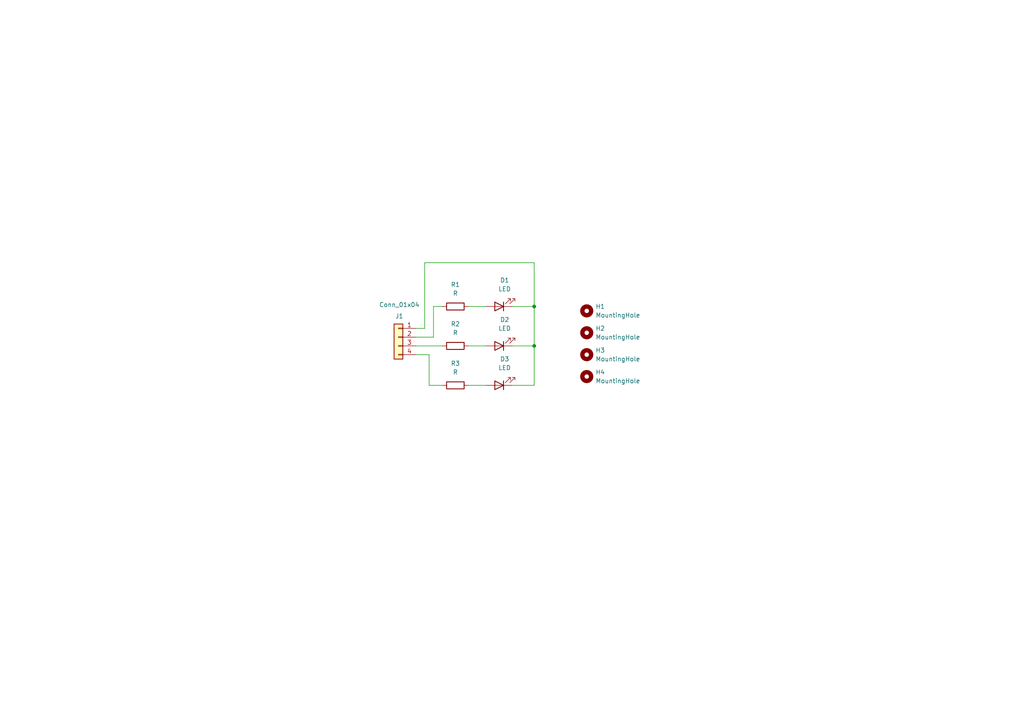
<source format=kicad_sch>
(kicad_sch (version 20231120) (generator "eeschema") (generator_version "8.0")
  (paper "A4")
  (lib_symbols
    (symbol "Connector_Generic:Conn_01x04" (pin_names (offset 1.016) hide)
      (property "Reference" "J" (at 0 5.08 0))
      (property "Value" "Conn_01x04" (at 0 -7.62 0))
      (symbol "Conn_01x04_1_1"
        (rectangle (start -1.27 -4.953) (end 0 -5.207) (stroke (width 0.1524)))
        (rectangle (start -1.27 -2.413) (end 0 -2.667) (stroke (width 0.1524)))
        (rectangle (start -1.27 0.127) (end 0 -0.127) (stroke (width 0.1524)))
        (rectangle (start -1.27 2.667) (end 0 2.413) (stroke (width 0.1524)))
        (rectangle (start -1.27 3.81) (end 1.27 -6.35) (stroke (width 0.254)) (fill (type background)))
        (pin passive line (at -5.08 2.54 0) (length 3.81) (name "Pin_1") (number "1"))
        (pin passive line (at -5.08 0 0) (length 3.81) (name "Pin_2") (number "2"))
        (pin passive line (at -5.08 -2.54 0) (length 3.81) (name "Pin_3") (number "3"))
        (pin passive line (at -5.08 -5.08 0) (length 3.81) (name "Pin_4") (number "4"))
      )
    )
    (symbol "Device:LED" (pin_numbers hide) (pin_names (offset 1.016) hide)
      (property "Reference" "D" (at 0 2.54 0))
      (property "Value" "LED" (at 0 -2.54 0))
      (symbol "LED_0_1"
        (polyline (pts (xy -1.27 -1.27) (xy -1.27 1.27)) (stroke (width 0.254)))
        (polyline (pts (xy -1.27 0) (xy 1.27 0)))
        (polyline (pts (xy 1.27 -1.27) (xy 1.27 1.27) (xy -1.27 0) (xy 1.27 -1.27)) (stroke (width 0.254)))
        (polyline (pts (xy -3.048 -0.762) (xy -4.572 -2.286) (xy -3.81 -2.286) (xy -4.572 -2.286) (xy -4.572 -1.524)))
        (polyline (pts (xy -1.778 -0.762) (xy -3.302 -2.286) (xy -2.54 -2.286) (xy -3.302 -2.286) (xy -3.302 -1.524)))
      )
      (symbol "LED_1_1"
        (pin passive line (at -3.81 0 0) (length 2.54) (name "K") (number "1"))
        (pin passive line (at 3.81 0 180) (length 2.54) (name "A") (number "2"))
      )
    )
    (symbol "Device:R" (pin_numbers hide) (pin_names (offset 0))
      (property "Reference" "R" (at 2.032 0 90))
      (property "Value" "R" (at 0 0 90))
      (symbol "R_0_1"
        (rectangle (start -1.016 -2.54) (end 1.016 2.54) (stroke (width 0.254)))
      )
      (symbol "R_1_1"
        (pin passive line (at 0 3.81 270) (length 1.27) (name "~") (number "1"))
        (pin passive line (at 0 -3.81 90) (length 1.27) (name "~") (number "2"))
      )
    )
    (symbol "Mechanical:MountingHole" (pin_names (offset 1.016)) (exclude_from_sim yes) (in_bom no)
      (property "Reference" "H" (at 0 5.08 0))
      (property "Value" "MountingHole" (at 0 3.175 0))
      (symbol "MountingHole_0_1"
        (circle (center 0 0) (radius 1.27) (stroke (width 1.27)))
      )
    )
  )
  (junction (at 154.94 88.9))
  (junction (at 154.94 100.33))
  (wire (pts (xy 124.46 111.76) (xy 124.46 102.87)))
  (wire (pts (xy 148.59 88.9) (xy 154.94 88.9)))
  (wire (pts (xy 125.73 97.79) (xy 120.65 97.79)))
  (wire (pts (xy 154.94 88.9) (xy 154.94 100.33)))
  (wire (pts (xy 125.73 88.9) (xy 125.73 97.79)))
  (wire (pts (xy 120.65 102.87) (xy 124.46 102.87)))
  (wire (pts (xy 148.59 111.76) (xy 154.94 111.76)))
  (wire (pts (xy 128.27 88.9) (xy 125.73 88.9)))
  (wire (pts (xy 123.19 76.2) (xy 154.94 76.2)))
  (wire (pts (xy 135.89 88.9) (xy 140.97 88.9)))
  (wire (pts (xy 154.94 100.33) (xy 154.94 111.76)))
  (wire (pts (xy 123.19 95.25) (xy 123.19 76.2)))
  (wire (pts (xy 148.59 100.33) (xy 154.94 100.33)))
  (wire (pts (xy 128.27 111.76) (xy 124.46 111.76)))
  (wire (pts (xy 120.65 95.25) (xy 123.19 95.25)))
  (wire (pts (xy 135.89 100.33) (xy 140.97 100.33)))
  (wire (pts (xy 135.89 111.76) (xy 140.97 111.76)))
  (wire (pts (xy 154.94 76.2) (xy 154.94 88.9)))
  (wire (pts (xy 120.65 100.33) (xy 128.27 100.33)))
  (symbol (lib_id "Mechanical:MountingHole") (at 170.18 96.52 0) (unit 1) (exclude_from_sim yes) (in_bom no)
    (property "Reference" "H2" (at 172.72 95.2499 0) (effects (justify left)))
    (property "Value" "MountingHole" (at 172.72 97.7899 0) (effects (justify left)))
    (property "Description" "Mounting Hole without connection" (effects (hide yes)))
  )
  (symbol (lib_id "Mechanical:MountingHole") (at 170.18 90.17 0) (unit 1) (exclude_from_sim yes) (in_bom no)
    (property "Reference" "H1" (at 172.72 88.8999 0) (effects (justify left)))
    (property "Value" "MountingHole" (at 172.72 91.4399 0) (effects (justify left)))
    (property "Description" "Mounting Hole without connection" (effects (hide yes)))
  )
  (symbol (lib_id "Device:LED") (at 144.78 111.76 180) (unit 1)
    (property "Reference" "D3" (at 146.3675 104.14 0))
    (property "Value" "LED" (at 146.3675 106.68 0))
    (property "Description" "Light emitting diode" (effects (hide yes)))
  )
  (symbol (lib_id "Mechanical:MountingHole") (at 170.18 102.87 0) (unit 1) (exclude_from_sim yes) (in_bom no)
    (property "Reference" "H3" (at 172.72 101.5999 0) (effects (justify left)))
    (property "Value" "MountingHole" (at 172.72 104.1399 0) (effects (justify left)))
    (property "Description" "Mounting Hole without connection" (effects (hide yes)))
  )
  (symbol (lib_id "Mechanical:MountingHole") (at 170.18 109.22 0) (unit 1) (exclude_from_sim yes) (in_bom no)
    (property "Reference" "H4" (at 172.72 107.9499 0) (effects (justify left)))
    (property "Value" "MountingHole" (at 172.72 110.4899 0) (effects (justify left)))
    (property "Description" "Mounting Hole without connection" (effects (hide yes)))
  )
  (symbol (lib_id "Device:R") (at 132.08 111.76 90) (unit 1)
    (property "Reference" "R3" (at 132.08 105.41 90))
    (property "Value" "R" (at 132.08 107.95 90))
    (property "Description" "Resistor" (effects (hide yes)))
  )
  (symbol (lib_id "Connector_Generic:Conn_01x04") (at 115.57 97.79 0) (mirror y) (unit 1)
    (property "Reference" "J1" (at 115.824 91.694 0))
    (property "Value" "Conn_01x04" (at 115.824 88.392 0))
    (property "Footprint" "Connector_PinHeader_2.54mm:PinHeader_1x04_P2.54mm_Vertical" (effects (hide yes)))
    (property "Description" "Generic connector, single row, 01x04, script generated (kicad-library-utils/schlib/autogen/connector/)" (effects (hide yes)))
  )
  (symbol (lib_id "Device:R") (at 132.08 100.33 90) (unit 1)
    (property "Reference" "R2" (at 132.08 93.98 90))
    (property "Value" "R" (at 132.08 96.52 90))
    (property "Description" "Resistor" (effects (hide yes)))
  )
  (symbol (lib_id "Device:LED") (at 144.78 100.33 180) (unit 1)
    (property "Reference" "D2" (at 146.3675 92.71 0))
    (property "Value" "LED" (at 146.3675 95.25 0))
    (property "Description" "Light emitting diode" (effects (hide yes)))
  )
  (symbol (lib_id "Device:R") (at 132.08 88.9 90) (unit 1)
    (property "Reference" "R1" (at 132.08 82.55 90))
    (property "Value" "R" (at 132.08 85.09 90))
    (property "Description" "Resistor" (effects (hide yes)))
  )
  (symbol (lib_id "Device:LED") (at 144.78 88.9 180) (unit 1)
    (property "Reference" "D1" (at 146.3675 81.28 0))
    (property "Value" "LED" (at 146.3675 83.82 0))
    (property "Description" "Light emitting diode" (effects (hide yes)))
  )
)
</source>
